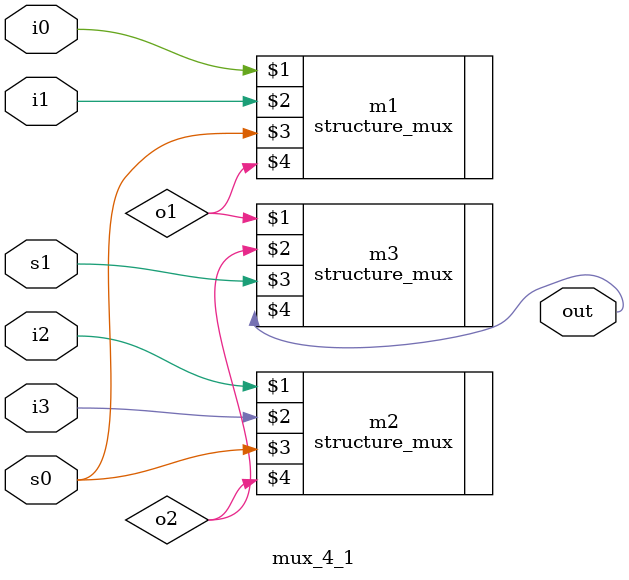
<source format=v>
`include "../mux_2_1/first.v"

module mux_4_1 (
    i0,
    i1,
    i2,
    i3,
    s0,
    s1,
    out
);
input  i0,i1,i2,i3,s0,s1;
output out;
wire o1,o2;

structure_mux m1(i0,i1,s0,o1);
structure_mux m2(i2,i3,s0,o2);
structure_mux m3(o1,o2,s1,out);
    
endmodule
</source>
